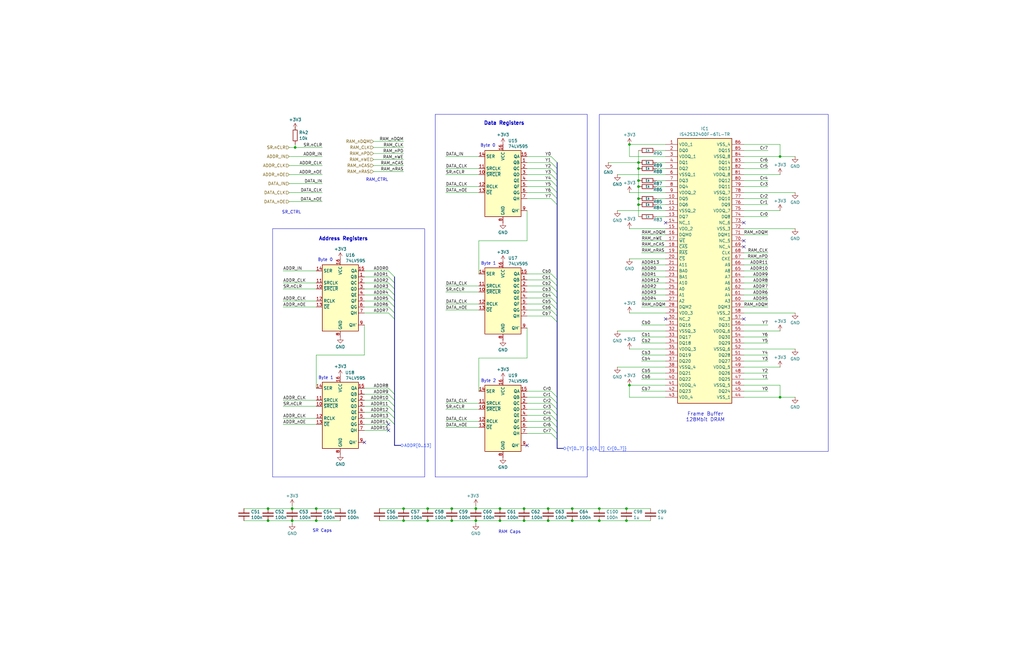
<source format=kicad_sch>
(kicad_sch (version 20231120) (generator "eeschema") (generator_version "8.0")
  (paper "B")
  (title_block (title "Camera Testing Board") (date "2024-10-19") (rev "1") (comment 1 "E. Eidt"))
  (junction (at 269.24 76.2))
  (junction (at 264.16 219.71))
  (junction (at 252.73 214.63))
  (junction (at 265.43 162.56))
  (junction (at 269.24 71.12))
  (junction (at 133.35 214.63))
  (junction (at 328.93 66.04))
  (junction (at 328.93 167.64))
  (junction (at 180.34 214.63))
  (junction (at 133.35 219.71))
  (junction (at 269.24 83.82))
  (junction (at 123.19 219.71))
  (junction (at 210.82 214.63))
  (junction (at 241.3 219.71))
  (junction (at 124.46 62.23))
  (junction (at 269.24 78.74))
  (junction (at 231.14 219.71))
  (junction (at 231.14 214.63))
  (junction (at 269.24 68.58))
  (junction (at 264.16 214.63))
  (junction (at 252.73 219.71))
  (junction (at 170.18 219.71))
  (junction (at 269.24 86.36))
  (junction (at 190.5 214.63))
  (junction (at 113.03 214.63))
  (junction (at 190.5 219.71))
  (junction (at 170.18 214.63))
  (junction (at 241.3 214.63))
  (junction (at 200.66 214.63))
  (junction (at 210.82 219.71))
  (junction (at 220.98 219.71))
  (junction (at 180.34 219.71))
  (junction (at 123.19 214.63))
  (junction (at 200.66 219.71))
  (junction (at 113.03 219.71))
  (junction (at 265.43 60.96))
  (junction (at 220.98 214.63))
  (no_connect (at 313.69 101.6))
  (no_connect (at 163.83 179.07))
  (no_connect (at 280.67 93.98))
  (no_connect (at 153.67 186.69))
  (no_connect (at 313.69 134.62))
  (no_connect (at 163.83 181.61))
  (no_connect (at 313.69 93.98))
  (no_connect (at 313.69 104.14))
  (no_connect (at 222.25 187.96))
  (no_connect (at 280.67 134.62))
  (bus_entry (at 232.41 130.81) (size 2.54 2.54))
  (bus_entry (at 232.41 180.34) (size 2.54 2.54))
  (bus_entry (at 163.83 163.83) (size 2.54 2.54))
  (bus_entry (at 232.41 68.58) (size 2.54 2.54))
  (bus_entry (at 163.83 116.84) (size 2.54 2.54))
  (bus_entry (at 232.41 177.8) (size 2.54 2.54))
  (bus_entry (at 232.41 128.27) (size 2.54 2.54))
  (bus_entry (at 232.41 83.82) (size 2.54 2.54))
  (bus_entry (at 232.41 78.74) (size 2.54 2.54))
  (bus_entry (at 163.83 171.45) (size 2.54 2.54))
  (bus_entry (at 232.41 120.65) (size 2.54 2.54))
  (bus_entry (at 163.83 121.92) (size 2.54 2.54))
  (bus_entry (at 163.83 127) (size 2.54 2.54))
  (bus_entry (at 232.41 170.18) (size 2.54 2.54))
  (bus_entry (at 163.83 124.46) (size 2.54 2.54))
  (bus_entry (at 163.83 166.37) (size 2.54 2.54))
  (bus_entry (at 232.41 167.64) (size 2.54 2.54))
  (bus_entry (at 163.83 168.91) (size 2.54 2.54))
  (bus_entry (at 163.83 119.38) (size 2.54 2.54))
  (bus_entry (at 232.41 115.57) (size 2.54 2.54))
  (bus_entry (at 232.41 175.26) (size 2.54 2.54))
  (bus_entry (at 232.41 73.66) (size 2.54 2.54))
  (bus_entry (at 232.41 133.35) (size 2.54 2.54))
  (bus_entry (at 232.41 172.72) (size 2.54 2.54))
  (bus_entry (at 163.83 114.3) (size 2.54 2.54))
  (bus_entry (at 232.41 118.11) (size 2.54 2.54))
  (bus_entry (at 232.41 125.73) (size 2.54 2.54))
  (bus_entry (at 232.41 182.88) (size 2.54 2.54))
  (bus_entry (at 232.41 76.2) (size 2.54 2.54))
  (bus_entry (at 163.83 129.54) (size 2.54 2.54))
  (bus_entry (at 232.41 81.28) (size 2.54 2.54))
  (bus_entry (at 232.41 66.04) (size 2.54 2.54))
  (bus_entry (at 163.83 173.99) (size 2.54 2.54))
  (bus_entry (at 232.41 165.1) (size 2.54 2.54))
  (bus_entry (at 163.83 132.08) (size 2.54 2.54))
  (bus_entry (at 232.41 123.19) (size 2.54 2.54))
  (bus_entry (at 163.83 176.53) (size 2.54 2.54))
  (bus_entry (at 232.41 71.12) (size 2.54 2.54))
  (wire (pts (xy 119.38 119.38) (xy 133.35 119.38)))
  (wire (pts (xy 280.67 127) (xy 270.51 127)))
  (wire (pts (xy 269.24 91.44) (xy 269.24 86.36)))
  (wire (pts (xy 222.25 83.82) (xy 232.41 83.82)))
  (wire (pts (xy 153.67 116.84) (xy 163.83 116.84)))
  (wire (pts (xy 135.89 66.04) (xy 121.92 66.04)))
  (bus (pts (xy 166.37 132.08) (xy 166.37 134.62)))
  (wire (pts (xy 222.25 76.2) (xy 232.41 76.2)))
  (wire (pts (xy 313.69 144.78) (xy 323.85 144.78)))
  (wire (pts (xy 276.86 76.2) (xy 280.67 76.2)))
  (wire (pts (xy 313.69 142.24) (xy 323.85 142.24)))
  (wire (pts (xy 270.51 101.6) (xy 280.67 101.6)))
  (bus (pts (xy 234.95 123.19) (xy 234.95 125.73)))
  (wire (pts (xy 313.69 162.56) (xy 328.93 162.56)))
  (wire (pts (xy 153.67 137.16) (xy 153.67 149.86)))
  (wire (pts (xy 153.67 173.99) (xy 163.83 173.99)))
  (wire (pts (xy 265.43 60.96) (xy 280.67 60.96)))
  (wire (pts (xy 270.51 99.06) (xy 280.67 99.06)))
  (wire (pts (xy 222.25 138.43) (xy 222.25 151.13)))
  (wire (pts (xy 270.51 104.14) (xy 280.67 104.14)))
  (bus (pts (xy 166.37 173.99) (xy 166.37 176.53)))
  (wire (pts (xy 153.67 132.08) (xy 163.83 132.08)))
  (wire (pts (xy 187.96 120.65) (xy 201.93 120.65)))
  (wire (pts (xy 276.86 63.5) (xy 280.67 63.5)))
  (wire (pts (xy 280.67 144.78) (xy 270.51 144.78)))
  (wire (pts (xy 160.02 214.63) (xy 170.18 214.63)))
  (wire (pts (xy 170.18 219.71) (xy 180.34 219.71)))
  (wire (pts (xy 124.46 53.34) (xy 124.46 54.61)))
  (wire (pts (xy 119.38 179.07) (xy 133.35 179.07)))
  (wire (pts (xy 124.46 62.23) (xy 135.89 62.23)))
  (bus (pts (xy 234.95 133.35) (xy 234.95 135.89)))
  (wire (pts (xy 143.51 214.63) (xy 133.35 214.63)))
  (wire (pts (xy 280.67 160.02) (xy 270.51 160.02)))
  (wire (pts (xy 222.25 118.11) (xy 232.41 118.11)))
  (bus (pts (xy 234.95 167.64) (xy 234.95 170.18)))
  (wire (pts (xy 222.25 165.1) (xy 232.41 165.1)))
  (bus (pts (xy 234.95 130.81) (xy 234.95 133.35)))
  (wire (pts (xy 119.38 171.45) (xy 133.35 171.45)))
  (wire (pts (xy 222.25 115.57) (xy 232.41 115.57)))
  (wire (pts (xy 276.86 86.36) (xy 280.67 86.36)))
  (wire (pts (xy 270.51 129.54) (xy 280.67 129.54)))
  (wire (pts (xy 280.67 116.84) (xy 270.51 116.84)))
  (wire (pts (xy 123.19 214.63) (xy 133.35 214.63)))
  (wire (pts (xy 222.25 125.73) (xy 232.41 125.73)))
  (wire (pts (xy 180.34 214.63) (xy 190.5 214.63)))
  (wire (pts (xy 265.43 81.28) (xy 280.67 81.28)))
  (wire (pts (xy 222.25 81.28) (xy 232.41 81.28)))
  (wire (pts (xy 313.69 96.52) (xy 335.28 96.52)))
  (wire (pts (xy 313.69 81.28) (xy 335.28 81.28)))
  (bus (pts (xy 166.37 129.54) (xy 166.37 132.08)))
  (wire (pts (xy 200.66 214.63) (xy 190.5 214.63)))
  (wire (pts (xy 222.25 88.9) (xy 222.25 101.6)))
  (wire (pts (xy 119.38 121.92) (xy 133.35 121.92)))
  (wire (pts (xy 187.96 78.74) (xy 201.93 78.74)))
  (bus (pts (xy 166.37 176.53) (xy 166.37 179.07)))
  (wire (pts (xy 260.35 139.7) (xy 280.67 139.7)))
  (wire (pts (xy 280.67 152.4) (xy 270.51 152.4)))
  (wire (pts (xy 187.96 73.66) (xy 201.93 73.66)))
  (wire (pts (xy 265.43 162.56) (xy 280.67 162.56)))
  (wire (pts (xy 313.69 137.16) (xy 323.85 137.16)))
  (wire (pts (xy 133.35 149.86) (xy 133.35 163.83)))
  (wire (pts (xy 210.82 219.71) (xy 220.98 219.71)))
  (wire (pts (xy 153.67 163.83) (xy 163.83 163.83)))
  (wire (pts (xy 210.82 214.63) (xy 220.98 214.63)))
  (wire (pts (xy 187.96 170.18) (xy 201.93 170.18)))
  (bus (pts (xy 166.37 187.96) (xy 166.37 179.07)))
  (bus (pts (xy 166.37 121.92) (xy 166.37 124.46)))
  (wire (pts (xy 313.69 78.74) (xy 323.85 78.74)))
  (wire (pts (xy 102.87 214.63) (xy 113.03 214.63)))
  (wire (pts (xy 280.67 157.48) (xy 270.51 157.48)))
  (bus (pts (xy 234.95 185.42) (xy 234.95 189.23)))
  (wire (pts (xy 201.93 151.13) (xy 201.93 165.1)))
  (wire (pts (xy 313.69 60.96) (xy 328.93 60.96)))
  (wire (pts (xy 313.69 66.04) (xy 328.93 66.04)))
  (wire (pts (xy 313.69 83.82) (xy 323.85 83.82)))
  (wire (pts (xy 313.69 63.5) (xy 323.85 63.5)))
  (wire (pts (xy 328.93 162.56) (xy 328.93 167.64)))
  (wire (pts (xy 241.3 214.63) (xy 252.73 214.63)))
  (wire (pts (xy 280.67 165.1) (xy 270.51 165.1)))
  (wire (pts (xy 200.66 219.71) (xy 210.82 219.71)))
  (wire (pts (xy 313.69 68.58) (xy 323.85 68.58)))
  (wire (pts (xy 222.25 170.18) (xy 232.41 170.18)))
  (wire (pts (xy 269.24 71.12) (xy 269.24 68.58)))
  (bus (pts (xy 168.91 187.96) (xy 166.37 187.96)))
  (wire (pts (xy 222.25 133.35) (xy 232.41 133.35)))
  (wire (pts (xy 187.96 81.28) (xy 201.93 81.28)))
  (wire (pts (xy 160.02 219.71) (xy 170.18 219.71)))
  (wire (pts (xy 260.35 88.9) (xy 280.67 88.9)))
  (wire (pts (xy 313.69 127) (xy 323.85 127)))
  (bus (pts (xy 234.95 68.58) (xy 234.95 71.12)))
  (wire (pts (xy 135.89 77.47) (xy 121.92 77.47)))
  (wire (pts (xy 313.69 149.86) (xy 323.85 149.86)))
  (wire (pts (xy 222.25 175.26) (xy 232.41 175.26)))
  (wire (pts (xy 313.69 86.36) (xy 323.85 86.36)))
  (bus (pts (xy 234.95 182.88) (xy 234.95 185.42)))
  (wire (pts (xy 313.69 157.48) (xy 323.85 157.48)))
  (wire (pts (xy 313.69 147.32) (xy 335.28 147.32)))
  (wire (pts (xy 313.69 121.92) (xy 323.85 121.92)))
  (bus (pts (xy 166.37 127) (xy 166.37 129.54)))
  (wire (pts (xy 313.69 106.68) (xy 323.85 106.68)))
  (bus (pts (xy 166.37 134.62) (xy 166.37 166.37)))
  (wire (pts (xy 153.67 171.45) (xy 163.83 171.45)))
  (wire (pts (xy 170.18 67.31) (xy 157.48 67.31)))
  (wire (pts (xy 153.67 129.54) (xy 163.83 129.54)))
  (bus (pts (xy 234.95 180.34) (xy 234.95 182.88)))
  (wire (pts (xy 222.25 130.81) (xy 232.41 130.81)))
  (wire (pts (xy 313.69 91.44) (xy 323.85 91.44)))
  (bus (pts (xy 234.95 135.89) (xy 234.95 167.64)))
  (wire (pts (xy 187.96 177.8) (xy 201.93 177.8)))
  (wire (pts (xy 187.96 172.72) (xy 201.93 172.72)))
  (wire (pts (xy 153.67 181.61) (xy 163.83 181.61)))
  (wire (pts (xy 200.66 213.36) (xy 200.66 214.63)))
  (wire (pts (xy 222.25 68.58) (xy 232.41 68.58)))
  (bus (pts (xy 234.95 83.82) (xy 234.95 86.36)))
  (wire (pts (xy 180.34 214.63) (xy 170.18 214.63)))
  (wire (pts (xy 121.92 62.23) (xy 124.46 62.23)))
  (wire (pts (xy 222.25 128.27) (xy 232.41 128.27)))
  (wire (pts (xy 276.86 68.58) (xy 280.67 68.58)))
  (wire (pts (xy 180.34 219.71) (xy 190.5 219.71)))
  (bus (pts (xy 234.95 175.26) (xy 234.95 177.8)))
  (wire (pts (xy 276.86 71.12) (xy 280.67 71.12)))
  (wire (pts (xy 323.85 99.06) (xy 313.69 99.06)))
  (wire (pts (xy 124.46 60.96) (xy 124.46 62.23)))
  (wire (pts (xy 153.67 166.37) (xy 163.83 166.37)))
  (wire (pts (xy 170.18 72.39) (xy 157.48 72.39)))
  (wire (pts (xy 119.38 127) (xy 133.35 127)))
  (wire (pts (xy 123.19 214.63) (xy 113.03 214.63)))
  (bus (pts (xy 234.95 189.23) (xy 237.49 189.23)))
  (wire (pts (xy 222.25 180.34) (xy 232.41 180.34)))
  (wire (pts (xy 153.67 176.53) (xy 163.83 176.53)))
  (bus (pts (xy 234.95 172.72) (xy 234.95 175.26)))
  (bus (pts (xy 234.95 86.36) (xy 234.95 118.11)))
  (wire (pts (xy 252.73 219.71) (xy 264.16 219.71)))
  (bus (pts (xy 234.95 81.28) (xy 234.95 83.82)))
  (wire (pts (xy 313.69 165.1) (xy 323.85 165.1)))
  (wire (pts (xy 119.38 114.3) (xy 133.35 114.3)))
  (wire (pts (xy 135.89 81.28) (xy 121.92 81.28)))
  (wire (pts (xy 200.66 214.63) (xy 210.82 214.63)))
  (bus (pts (xy 234.95 78.74) (xy 234.95 81.28)))
  (wire (pts (xy 313.69 119.38) (xy 323.85 119.38)))
  (bus (pts (xy 234.95 177.8) (xy 234.95 180.34)))
  (wire (pts (xy 269.24 76.2) (xy 269.24 71.12)))
  (wire (pts (xy 323.85 129.54) (xy 313.69 129.54)))
  (wire (pts (xy 231.14 214.63) (xy 241.3 214.63)))
  (wire (pts (xy 187.96 128.27) (xy 201.93 128.27)))
  (wire (pts (xy 313.69 124.46) (xy 323.85 124.46)))
  (wire (pts (xy 280.67 119.38) (xy 270.51 119.38)))
  (wire (pts (xy 153.67 121.92) (xy 163.83 121.92)))
  (wire (pts (xy 313.69 71.12) (xy 323.85 71.12)))
  (wire (pts (xy 313.69 116.84) (xy 323.85 116.84)))
  (bus (pts (xy 166.37 116.84) (xy 166.37 119.38)))
  (wire (pts (xy 313.69 154.94) (xy 328.93 154.94)))
  (wire (pts (xy 153.67 114.3) (xy 163.83 114.3)))
  (wire (pts (xy 264.16 214.63) (xy 274.32 214.63)))
  (wire (pts (xy 276.86 78.74) (xy 280.67 78.74)))
  (wire (pts (xy 200.66 220.98) (xy 200.66 219.71)))
  (wire (pts (xy 153.67 124.46) (xy 163.83 124.46)))
  (wire (pts (xy 157.48 62.23) (xy 170.18 62.23)))
  (wire (pts (xy 153.67 149.86) (xy 133.35 149.86)))
  (wire (pts (xy 270.51 121.92) (xy 280.67 121.92)))
  (bus (pts (xy 234.95 125.73) (xy 234.95 128.27)))
  (wire (pts (xy 222.25 123.19) (xy 232.41 123.19)))
  (wire (pts (xy 119.38 129.54) (xy 133.35 129.54)))
  (wire (pts (xy 265.43 109.22) (xy 280.67 109.22)))
  (wire (pts (xy 231.14 219.71) (xy 241.3 219.71)))
  (bus (pts (xy 234.95 118.11) (xy 234.95 120.65)))
  (wire (pts (xy 313.69 111.76) (xy 323.85 111.76)))
  (wire (pts (xy 313.69 132.08) (xy 335.28 132.08)))
  (wire (pts (xy 335.28 66.04) (xy 328.93 66.04)))
  (wire (pts (xy 222.25 151.13) (xy 201.93 151.13)))
  (wire (pts (xy 157.48 64.77) (xy 170.18 64.77)))
  (wire (pts (xy 153.67 168.91) (xy 163.83 168.91)))
  (bus (pts (xy 234.95 76.2) (xy 234.95 78.74)))
  (wire (pts (xy 313.69 114.3) (xy 323.85 114.3)))
  (wire (pts (xy 135.89 69.85) (xy 121.92 69.85)))
  (bus (pts (xy 166.37 171.45) (xy 166.37 173.99)))
  (wire (pts (xy 270.51 106.68) (xy 280.67 106.68)))
  (wire (pts (xy 313.69 139.7) (xy 328.93 139.7)))
  (wire (pts (xy 187.96 123.19) (xy 201.93 123.19)))
  (wire (pts (xy 313.69 109.22) (xy 323.85 109.22)))
  (bus (pts (xy 166.37 124.46) (xy 166.37 127)))
  (wire (pts (xy 269.24 68.58) (xy 269.24 63.5)))
  (wire (pts (xy 222.25 120.65) (xy 232.41 120.65)))
  (wire (pts (xy 153.67 127) (xy 163.83 127)))
  (wire (pts (xy 280.67 137.16) (xy 270.51 137.16)))
  (wire (pts (xy 241.3 219.71) (xy 252.73 219.71)))
  (wire (pts (xy 222.25 66.04) (xy 232.41 66.04)))
  (wire (pts (xy 252.73 214.63) (xy 264.16 214.63)))
  (wire (pts (xy 222.25 167.64) (xy 232.41 167.64)))
  (wire (pts (xy 256.54 68.58) (xy 269.24 68.58)))
  (bus (pts (xy 234.95 73.66) (xy 234.95 76.2)))
  (wire (pts (xy 260.35 73.66) (xy 280.67 73.66)))
  (wire (pts (xy 170.18 59.69) (xy 157.48 59.69)))
  (wire (pts (xy 280.67 114.3) (xy 270.51 114.3)))
  (wire (pts (xy 269.24 83.82) (xy 269.24 78.74)))
  (bus (pts (xy 166.37 166.37) (xy 166.37 168.91)))
  (wire (pts (xy 123.19 213.36) (xy 123.19 214.63)))
  (wire (pts (xy 187.96 180.34) (xy 201.93 180.34)))
  (wire (pts (xy 220.98 219.71) (xy 231.14 219.71)))
  (wire (pts (xy 133.35 219.71) (xy 143.51 219.71)))
  (wire (pts (xy 123.19 219.71) (xy 133.35 219.71)))
  (wire (pts (xy 276.86 83.82) (xy 280.67 83.82)))
  (wire (pts (xy 153.67 119.38) (xy 163.83 119.38)))
  (wire (pts (xy 222.25 78.74) (xy 232.41 78.74)))
  (wire (pts (xy 135.89 85.09) (xy 121.92 85.09)))
  (wire (pts (xy 201.93 101.6) (xy 201.93 115.57)))
  (wire (pts (xy 280.67 111.76) (xy 270.51 111.76)))
  (bus (pts (xy 166.37 119.38) (xy 166.37 121.92)))
  (wire (pts (xy 190.5 219.71) (xy 200.66 219.71)))
  (wire (pts (xy 222.25 182.88) (xy 232.41 182.88)))
  (wire (pts (xy 153.67 179.07) (xy 163.83 179.07)))
  (wire (pts (xy 222.25 172.72) (xy 232.41 172.72)))
  (wire (pts (xy 260.35 154.94) (xy 280.67 154.94)))
  (wire (pts (xy 123.19 220.98) (xy 123.19 219.71)))
  (wire (pts (xy 222.25 73.66) (xy 232.41 73.66)))
  (bus (pts (xy 234.95 128.27) (xy 234.95 130.81)))
  (wire (pts (xy 328.93 167.64) (xy 335.28 167.64)))
  (wire (pts (xy 313.69 73.66) (xy 328.93 73.66)))
  (bus (pts (xy 234.95 71.12) (xy 234.95 73.66)))
  (bus (pts (xy 234.95 120.65) (xy 234.95 123.19)))
  (wire (pts (xy 135.89 73.66) (xy 121.92 73.66)))
  (wire (pts (xy 222.25 71.12) (xy 232.41 71.12)))
  (wire (pts (xy 313.69 152.4) (xy 323.85 152.4)))
  (wire (pts (xy 265.43 60.96) (xy 265.43 66.04)))
  (wire (pts (xy 313.69 167.64) (xy 328.93 167.64)))
  (wire (pts (xy 265.43 132.08) (xy 280.67 132.08)))
  (wire (pts (xy 313.69 88.9) (xy 328.93 88.9)))
  (wire (pts (xy 264.16 219.71) (xy 274.32 219.71)))
  (wire (pts (xy 119.38 176.53) (xy 133.35 176.53)))
  (wire (pts (xy 170.18 69.85) (xy 157.48 69.85)))
  (wire (pts (xy 280.67 142.24) (xy 270.51 142.24)))
  (wire (pts (xy 269.24 78.74) (xy 269.24 76.2)))
  (wire (pts (xy 265.43 66.04) (xy 280.67 66.04)))
  (wire (pts (xy 269.24 86.36) (xy 269.24 83.82)))
  (wire (pts (xy 102.87 219.71) (xy 113.03 219.71)))
  (wire (pts (xy 313.69 160.02) (xy 323.85 160.02)))
  (wire (pts (xy 222.25 101.6) (xy 201.93 101.6)))
  (wire (pts (xy 328.93 60.96) (xy 328.93 66.04)))
  (wire (pts (xy 276.86 91.44) (xy 280.67 91.44)))
  (wire (pts (xy 222.25 177.8) (xy 232.41 177.8)))
  (wire (pts (xy 187.96 66.04) (xy 201.93 66.04)))
  (wire (pts (xy 280.67 167.64) (xy 265.43 167.64)))
  (wire (pts (xy 280.67 149.86) (xy 270.51 149.86)))
  (wire (pts (xy 265.43 167.64) (xy 265.43 162.56)))
  (wire (pts (xy 265.43 96.52) (xy 280.67 96.52)))
  (wire (pts (xy 187.96 71.12) (xy 201.93 71.12)))
  (wire (pts (xy 265.43 147.32) (xy 280.67 147.32)))
  (wire (pts (xy 280.67 124.46) (xy 270.51 124.46)))
  (wire (pts (xy 119.38 168.91) (xy 133.35 168.91)))
  (wire (pts (xy 113.03 219.71) (xy 123.19 219.71)))
  (wire (pts (xy 187.96 130.81) (xy 201.93 130.81)))
  (wire (pts (xy 220.98 214.63) (xy 231.14 214.63)))
  (bus (pts (xy 234.95 170.18) (xy 234.95 172.72)))
  (wire (pts (xy 313.69 76.2) (xy 323.85 76.2)))
  (bus (pts (xy 166.37 168.91) (xy 166.37 171.45)))
  (rectangle (start 114.935 96.52) (end 179.07 201.295))
  (rectangle (start 183.515 48.26) (end 247.65 201.295))
  (rectangle (start 252.73 48.26) (end 349.25 190.5))
  (text "SR_CTRL" (at 122.936 89.662 0) (effects (font (size 1.27 1.27))))
  (text "Byte 0" (at 137.16 109.728 0) (effects (font (size 1.27 1.27))))
  (text "Byte 1" (at 205.994 111.252 0) (effects (font (size 1.27 1.27))))
  (text "Byte 2" (at 205.994 160.782 0) (effects (font (size 1.27 1.27))))
  (text "RAM Caps" (at 214.884 224.536 0) (effects (font (size 1.27 1.27))))
  (text "SR Caps" (at 135.89 224.028 0) (effects (font (size 1.27 1.27))))
  (text "Byte 1" (at 137.414 159.512 0) (effects (font (size 1.27 1.27))))
  (text "Byte 0" (at 205.74 61.468 0) (effects (font (size 1.27 1.27))))
  (text "Address Registers" (at 144.78 100.838 0) (effects (font (size 1.524 1.524) (thickness 0.3048) (bold yes))))
  (text "Frame Buffer\n128Mbit DRAM" (at 297.434 176.022 0) (effects (font (size 1.524 1.524))))
  (text "RAM_CTRL" (at 159.004 75.946 0) (effects (font (size 1.27 1.27))))
  (text "Data Registers" (at 212.598 52.07 0) (effects (font (size 1.524 1.524) (thickness 0.3048) (bold yes))))
  (label "Cr6" (at 232.41 180.34 180))
  (label "Cr7" (at 232.41 182.88 180))
  (label "Y4" (at 232.41 76.2 180))
  (label "ADDR15" (at 163.83 181.61 180))
  (label "Cr5" (at 232.41 177.8 180))
  (label "SR.nCLR" (at 187.96 73.66 0))
  (label "RAM_nRAS" (at 270.51 106.68 0))
  (label "Y5" (at 323.85 144.78 180))
  (label "Cb6" (at 232.41 130.81 180))
  (label "Cb1" (at 232.41 118.11 180))
  (label "ADDR13" (at 270.51 111.76 0))
  (label "Y2" (at 323.85 157.48 180))
  (label "RAM_CLK" (at 170.18 62.23 180))
  (label "Cb7" (at 270.51 165.1 0))
  (label "RAM_nPD" (at 323.85 109.22 180))
  (label "ADDR6" (at 323.85 124.46 180))
  (label "Y0" (at 232.41 66.04 180))
  (label "SR.nCLR" (at 119.38 121.92 0))
  (label "Y2" (at 232.41 71.12 180))
  (label "ADDR6" (at 163.83 129.54 180))
  (label "Cr4" (at 323.85 76.2 180))
  (label "ADDR_IN" (at 119.38 114.3 0))
  (label "ADDR_IN" (at 135.89 66.04 180))
  (label "Y7" (at 323.85 137.16 180))
  (label "Y1" (at 232.41 68.58 180))
  (label "ADDR5" (at 163.83 127 180))
  (label "Cr3" (at 323.85 78.74 180))
  (label "RAM_nPD" (at 170.18 64.77 180))
  (label "ADDR0" (at 270.51 114.3 0))
  (label "ADDR10" (at 163.83 168.91 180))
  (label "DATA_IN" (at 187.96 66.04 0))
  (label "ADDR_nOE" (at 135.89 73.66 180))
  (label "RAM_nCAS" (at 170.18 69.85 180))
  (label "ADDR7" (at 323.85 121.92 180))
  (label "Y0" (at 323.85 165.1 180))
  (label "Y1" (at 323.85 160.02 180))
  (label "Cb6" (at 270.51 160.02 0))
  (label "ADDR3" (at 163.83 121.92 180))
  (label "ADDR14" (at 163.83 179.07 180))
  (label "Cr5" (at 323.85 71.12 180))
  (label "ADDR12" (at 163.83 173.99 180))
  (label "DATA_CLK" (at 135.89 81.28 180))
  (label "ADDR4" (at 163.83 124.46 180))
  (label "ADDR8" (at 323.85 119.38 180))
  (label "Cb1" (at 270.51 142.24 0))
  (label "Cb0" (at 232.41 115.57 180))
  (label "ADDR10" (at 323.85 114.3 180))
  (label "SR.nCLR" (at 187.96 172.72 0))
  (label "RAM_nDQM" (at 270.51 99.06 0))
  (label "Cb3" (at 270.51 149.86 0))
  (label "DATA_CLK" (at 187.96 177.8 0))
  (label "RAM_nCAS" (at 270.51 104.14 0))
  (label "ADDR_CLK" (at 119.38 176.53 0))
  (label "Cr7" (at 323.85 63.5 180))
  (label "Cr0" (at 323.85 91.44 180))
  (label "Y7" (at 232.41 83.82 180))
  (label "RAM_nDQM" (at 170.18 59.69 180))
  (label "ADDR9" (at 163.83 166.37 180))
  (label "ADDR_CLK" (at 135.89 69.85 180))
  (label "Cr3" (at 232.41 172.72 180))
  (label "RAM_nDQM" (at 323.85 129.54 180))
  (label "Y5" (at 232.41 78.74 180))
  (label "SR.nCLR" (at 135.89 62.23 180))
  (label "RAM_CLK" (at 323.85 106.68 180))
  (label "DATA_nOE" (at 187.96 81.28 0))
  (label "ADDR7" (at 163.83 132.08 180))
  (label "Y3" (at 323.85 152.4 180))
  (label "ADDR13" (at 163.83 176.53 180))
  (label "ADDR11" (at 163.83 171.45 180))
  (label "Cr1" (at 323.85 86.36 180))
  (label "Y6" (at 232.41 81.28 180))
  (label "Cb2" (at 270.51 144.78 0))
  (label "Y3" (at 232.41 73.66 180))
  (label "ADDR2" (at 270.51 121.92 0))
  (label "ADDR3" (at 270.51 124.46 0))
  (label "SR.nCLR" (at 119.38 171.45 0))
  (label "ADDR1" (at 163.83 116.84 180))
  (label "ADDR5" (at 323.85 127 180))
  (label "Cb5" (at 270.51 157.48 0))
  (label "Cb2" (at 232.41 120.65 180))
  (label "DATA_CLK" (at 187.96 71.12 0))
  (label "ADDR_CLK" (at 119.38 168.91 0))
  (label "Cb7" (at 232.41 133.35 180))
  (label "DATA_nOE" (at 187.96 180.34 0))
  (label "ADDR0" (at 163.83 114.3 180))
  (label "RAM_nDQM" (at 323.85 99.06 180))
  (label "ADDR4" (at 270.51 127 0))
  (label "RAM_nWE" (at 270.51 101.6 0))
  (label "ADDR_CLK" (at 119.38 127 0))
  (label "DATA_CLK" (at 187.96 128.27 0))
  (label "SR.nCLR" (at 187.96 123.19 0))
  (label "DATA_CLK" (at 187.96 120.65 0))
  (label "Cr6" (at 323.85 68.58 180))
  (label "DATA_CLK" (at 187.96 78.74 0))
  (label "ADDR8" (at 163.83 163.83 180))
  (label "ADDR_CLK" (at 119.38 119.38 0))
  (label "DATA_IN" (at 135.89 77.47 180))
  (label "ADDR1" (at 270.51 116.84 0))
  (label "Y6" (at 323.85 142.24 180))
  (label "ADDR12" (at 270.51 119.38 0))
  (label "ADDR_nOE" (at 119.38 179.07 0))
  (label "Cr2" (at 323.85 83.82 180))
  (label "Cr0" (at 232.41 165.1 180))
  (label "ADDR2" (at 163.83 119.38 180))
  (label "Cr2" (at 232.41 170.18 180))
  (label "Cb5" (at 232.41 128.27 180))
  (label "ADDR_nOE" (at 119.38 129.54 0))
  (label "Y4" (at 323.85 149.86 180))
  (label "RAM_nRAS" (at 170.18 72.39 180))
  (label "DATA_nOE" (at 135.89 85.09 180))
  (label "Cb0" (at 270.51 137.16 0))
  (label "ADDR11" (at 323.85 111.76 180))
  (label "Cr1" (at 232.41 167.64 180))
  (label "RAM_nDQM" (at 270.51 129.54 0))
  (label "DATA_nOE" (at 187.96 130.81 0))
  (label "Cb4" (at 270.51 152.4 0))
  (label "Cb4" (at 232.41 125.73 180))
  (label "RAM_nWE" (at 170.18 67.31 180))
  (label "ADDR9" (at 323.85 116.84 180))
  (label "DATA_CLK" (at 187.96 170.18 0))
  (label "Cr4" (at 232.41 175.26 180))
  (label "Cb3" (at 232.41 123.19 180))
  (hierarchical_label "ADDR_CLK" (shape input) (at 121.92 69.85 180))
  (hierarchical_label "DATA_nOE" (shape input) (at 121.92 85.09 180))
  (hierarchical_label "ADDR_nOE" (shape input) (at 121.92 73.66 180))
  (hierarchical_label "DATA_CLK" (shape input) (at 121.92 81.28 180))
  (hierarchical_label "{Y[0..7] Cb[0..7] Cr[0..7]}" (shape tri_state) (at 237.49 189.23 0))
  (hierarchical_label "RAM_nRAS" (shape input) (at 157.48 72.39 180))
  (hierarchical_label "RAM_nPD" (shape input) (at 157.48 64.77 180))
  (hierarchical_label "RAM_CLK" (shape input) (at 157.48 62.23 180))
  (hierarchical_label "DATA_IN" (shape input) (at 121.92 77.47 180))
  (hierarchical_label "RAM_nWE" (shape input) (at 157.48 67.31 180))
  (hierarchical_label "RAM_nCAS" (shape input) (at 157.48 69.85 180))
  (hierarchical_label "ADDR_IN" (shape input) (at 121.92 66.04 180))
  (hierarchical_label "ADDR[0..13]" (shape tri_state) (at 168.91 187.96 0))
  (hierarchical_label "SR.nCLR" (shape input) (at 121.92 62.23 180))
  (hierarchical_label "RAM_nDQM" (shape input) (at 157.48 59.69 180))
  (symbol (lib_id "PCM_SL_Resistors:10k") (at 124.46 57.15 90) (unit 1)
    (property "Reference" "R42" (at 126.104 55.9378 90) (effects (justify right)))
    (property "Value" "10k" (at 126.104 58.3621 90) (effects (justify right)))
    (property "Footprint" "Resistor_SMD:R_0603_1608Metric" (effects (hide yes)))
    (property "Description" "10kΩ, 1/4W Resistor" (effects (hide yes)))
  )
  (symbol (lib_id "power:GND") (at 335.28 81.28 0) (unit 1)
    (property "Reference" "#PWR0116" (effects (hide yes)))
    (property "Value" "GND" (at 335.28 85.4131 0))
    (property "Description" "Power symbol creates a global label with name \"GND\" , ground" (effects (hide yes)))
  )
  (symbol (lib_id "PCM_SL_Resistors:1k") (at 273.05 71.12 180) (unit 1)
    (property "Reference" "R88" (at 277.368 72.39 0))
    (property "Value" "1k" (at 273.05 71.12 0) (effects (font (size 1.016 1.016))))
    (property "Footprint" "Resistor_SMD:R_0402_1005Metric" (effects (hide yes)))
    (property "Description" "1kΩ, 1/4W Resistor" (effects (hide yes)))
  )
  (symbol (lib_id "power:+3V3") (at 143.51 158.75 0) (unit 1)
    (property "Reference" "#PWR0135" (effects (hide yes)))
    (property "Value" "+3V3" (at 143.51 154.6169 0))
    (property "Description" "Power symbol creates a global label with name \"+3V3\"" (effects (hide yes)))
  )
  (symbol (lib_id "PCM_SL_Resistors:1k") (at 273.05 83.82 180) (unit 1)
    (property "Reference" "R85" (at 277.368 85.09 0))
    (property "Value" "1k" (at 273.05 83.82 0) (effects (font (size 1.016 1.016))))
    (property "Footprint" "Resistor_SMD:R_0402_1005Metric" (effects (hide yes)))
    (property "Description" "1kΩ, 1/4W Resistor" (effects (hide yes)))
  )
  (symbol (lib_id "74xx:74LS595") (at 143.51 124.46 0) (unit 1)
    (property "Reference" "U16" (at 145.7041 107.6155 0) (effects (justify left)))
    (property "Value" "74LV595" (at 145.7041 110.0398 0) (effects (justify left)))
    (property "Footprint" "Package_SO:SOIC-16_3.9x9.9mm_P1.27mm" (effects (hide yes)))
    (property "Datasheet" "https://assets.nexperia.com/documents/data-sheet/74LV595.pdf" (effects (hide yes)))
    (property "Description" "8-bit serial in/out Shift Register 3-State Outputs" (effects (hide yes)))
  )
  (symbol (lib_id "power:GND") (at 265.43 109.22 0) (mirror y) (unit 1)
    (property "Reference" "#PWR0123" (effects (hide yes)))
    (property "Value" "GND" (at 265.43 113.3531 0))
    (property "Description" "Power symbol creates a global label with name \"GND\" , ground" (effects (hide yes)))
  )
  (symbol (lib_id "PCM_SL_Devices:Capacitor_NP") (at 264.16 217.17 90) (unit 1)
    (property "Reference" "C98" (at 267.081 215.9578 90) (effects (justify right)))
    (property "Value" "1u" (at 267.081 218.3821 90) (effects (justify right)))
    (property "Footprint" "Capacitor_SMD:C_0603_1608Metric" (effects (hide yes)))
    (property "Description" "Unpolarized Capacitor" (effects (hide yes)))
  )
  (symbol (lib_id "PCM_SL_Capacitors:100nF_Ceramic") (at 180.34 217.17 90) (unit 1)
    (property "Reference" "C58" (at 183.261 215.9578 90) (effects (justify right)))
    (property "Value" "100n" (at 183.261 218.3821 90) (effects (justify right)))
    (property "Footprint" "Capacitor_SMD:C_0402_1005Metric" (effects (hide yes)))
    (property "Description" "100nF Ceramic Capacitor" (effects (hide yes)))
  )
  (symbol (lib_id "PCM_SL_Capacitors:100nF_Ceramic") (at 133.35 217.17 90) (unit 1)
    (property "Reference" "C54" (at 136.271 215.9578 90) (effects (justify right)))
    (property "Value" "100n" (at 136.271 218.3821 90) (effects (justify right)))
    (property "Footprint" "Capacitor_SMD:C_0603_1608Metric" (effects (hide yes)))
    (property "Description" "100nF Ceramic Capacitor" (effects (hide yes)))
  )
  (symbol (lib_id "IS42S32400F-6TL-TR:IS42S32400F-6TL-TR") (at 280.67 60.96 0) (unit 1)
    (property "Reference" "IC1" (at 297.18 54.2755 0))
    (property "Value" "IS42S32400F-6TL-TR" (at 297.18 56.6998 0))
    (property "Footprint" "IS42S32400F-6TL-TR:SOP50P1176X120-86N" (effects (hide yes)))
    (property "Datasheet" "https://datasheet.datasheetarchive.com/originals/dk/DKDS41/DSANUWW0023557.pdf" (effects (hide yes)))
    (property "Description" "DRAM Chip SDRAM 128Mbit 4Mx32 3.3V 86-Pin TSOP-II T/R" (effects (hide yes)))
    (property "Height" "1.2" (effects (hide yes)))
    (property "Mouser Part Number" "870-IS42S32400F6TLTR" (effects (hide yes)))
    (property "Mouser Price/Stock" "https://www.mouser.co.uk/ProductDetail/ISSI/IS42S32400F-6TL-TR?qs=DfG0HhEx1UX3JwAir75GAg%3D%3D" (effects (hide yes)))
    (property "Manufacturer_Name" "Integrated Silicon Solution Inc." (effects (hide yes)))
    (property "Manufacturer_Part_Number" "IS42S32400F-6TL-TR" (effects (hide yes)))
  )
  (symbol (lib_id "power:GND") (at 123.19 220.98 0) (unit 1)
    (property "Reference" "#PWR0143" (effects (hide yes)))
    (property "Value" "GND" (at 123.19 225.1131 0))
    (property "Description" "Power symbol creates a global label with name \"GND\" , ground" (effects (hide yes)))
  )
  (symbol (lib_id "PCM_SL_Capacitors:100nF_Ceramic") (at 210.82 217.17 90) (unit 1)
    (property "Reference" "C61" (at 213.741 215.9578 90) (effects (justify right)))
    (property "Value" "100n" (at 213.741 218.3821 90) (effects (justify right)))
    (property "Footprint" "Capacitor_SMD:C_0402_1005Metric" (effects (hide yes)))
    (property "Description" "100nF Ceramic Capacitor" (effects (hide yes)))
  )
  (symbol (lib_id "PCM_SL_Capacitors:100nF_Ceramic") (at 123.19 217.17 90) (unit 1)
    (property "Reference" "C53" (at 126.111 215.9578 90) (effects (justify right)))
    (property "Value" "100n" (at 126.111 218.3821 90) (effects (justify right)))
    (property "Footprint" "Capacitor_SMD:C_0603_1608Metric" (effects (hide yes)))
    (property "Description" "100nF Ceramic Capacitor" (effects (hide yes)))
  )
  (symbol (lib_id "power:GND") (at 335.28 96.52 0) (unit 1)
    (property "Reference" "#PWR0121" (effects (hide yes)))
    (property "Value" "GND" (at 335.28 100.6531 0))
    (property "Description" "Power symbol creates a global label with name \"GND\" , ground" (effects (hide yes)))
  )
  (symbol (lib_id "74xx:74LS595") (at 212.09 175.26 0) (unit 1)
    (property "Reference" "U19" (at 214.2841 158.4155 0) (effects (justify left)))
    (property "Value" "74LV595" (at 214.2841 160.8398 0) (effects (justify left)))
    (property "Footprint" "Package_SO:SOIC-16_3.9x9.9mm_P1.27mm" (effects (hide yes)))
    (property "Datasheet" "https://assets.nexperia.com/documents/data-sheet/74LV595.pdf" (effects (hide yes)))
    (property "Description" "8-bit serial in/out Shift Register 3-State Outputs" (effects (hide yes)))
  )
  (symbol (lib_id "74xx:74LS595") (at 212.09 76.2 0) (unit 1)
    (property "Reference" "U15" (at 214.2841 59.3555 0) (effects (justify left)))
    (property "Value" "74LV595" (at 214.2841 61.7798 0) (effects (justify left)))
    (property "Footprint" "Package_SO:SOIC-16_3.9x9.9mm_P1.27mm" (effects (hide yes)))
    (property "Datasheet" "https://assets.nexperia.com/documents/data-sheet/74LV595.pdf" (effects (hide yes)))
    (property "Description" "8-bit serial in/out Shift Register 3-State Outputs" (effects (hide yes)))
  )
  (symbol (lib_id "PCM_SL_Capacitors:100nF_Ceramic") (at 143.51 217.17 90) (unit 1)
    (property "Reference" "C55" (at 146.431 215.9578 90) (effects (justify right)))
    (property "Value" "100n" (at 146.431 218.3821 90) (effects (justify right)))
    (property "Footprint" "Capacitor_SMD:C_0603_1608Metric" (effects (hide yes)))
    (property "Description" "100nF Ceramic Capacitor" (effects (hide yes)))
  )
  (symbol (lib_id "power:+3V3") (at 212.09 110.49 0) (unit 1)
    (property "Reference" "#PWR0124" (effects (hide yes)))
    (property "Value" "+3V3" (at 212.09 106.3569 0))
    (property "Description" "Power symbol creates a global label with name \"+3V3\"" (effects (hide yes)))
  )
  (symbol (lib_id "power:+3V3") (at 328.93 88.9 0) (unit 1)
    (property "Reference" "#PWR0118" (effects (hide yes)))
    (property "Value" "+3V3" (at 328.93 84.7669 0))
    (property "Description" "Power symbol creates a global label with name \"+3V3\"" (effects (hide yes)))
  )
  (symbol (lib_id "PCM_SL_Capacitors:100nF_Ceramic") (at 241.3 217.17 90) (unit 1)
    (property "Reference" "C64" (at 244.221 215.9578 90) (effects (justify right)))
    (property "Value" "100n" (at 244.221 218.3821 90) (effects (justify right)))
    (property "Footprint" "Capacitor_SMD:C_0402_1005Metric" (effects (hide yes)))
    (property "Description" "100nF Ceramic Capacitor" (effects (hide yes)))
  )
  (symbol (lib_id "power:GND") (at 212.09 93.98 0) (unit 1)
    (property "Reference" "#PWR0119" (effects (hide yes)))
    (property "Value" "GND" (at 212.09 98.1131 0))
    (property "Description" "Power symbol creates a global label with name \"GND\" , ground" (effects (hide yes)))
  )
  (symbol (lib_id "power:+3V3") (at 328.93 139.7 0) (unit 1)
    (property "Reference" "#PWR0128" (effects (hide yes)))
    (property "Value" "+3V3" (at 328.93 135.5669 0))
    (property "Description" "Power symbol creates a global label with name \"+3V3\"" (effects (hide yes)))
  )
  (symbol (lib_id "power:+3V3") (at 328.93 154.94 0) (unit 1)
    (property "Reference" "#PWR0134" (effects (hide yes)))
    (property "Value" "+3V3" (at 328.93 150.8069 0))
    (property "Description" "Power symbol creates a global label with name \"+3V3\"" (effects (hide yes)))
  )
  (symbol (lib_id "power:GND") (at 335.28 167.64 0) (unit 1)
    (property "Reference" "#PWR0138" (effects (hide yes)))
    (property "Value" "GND" (at 335.28 171.7731 0))
    (property "Description" "Power symbol creates a global label with name \"GND\" , ground" (effects (hide yes)))
  )
  (symbol (lib_id "power:+3V3") (at 265.43 60.96 0) (mirror y) (unit 1)
    (property "Reference" "#PWR0111" (effects (hide yes)))
    (property "Value" "+3V3" (at 265.43 56.8269 0))
    (property "Description" "Power symbol creates a global label with name \"+3V3\"" (effects (hide yes)))
  )
  (symbol (lib_id "PCM_SL_Capacitors:100nF_Ceramic") (at 252.73 217.17 90) (unit 1)
    (property "Reference" "C100" (at 255.651 215.9578 90) (effects (justify right)))
    (property "Value" "100n" (at 255.651 218.3821 90) (effects (justify right)))
    (property "Footprint" "Capacitor_SMD:C_0402_1005Metric" (effects (hide yes)))
    (property "Description" "100nF Ceramic Capacitor" (effects (hide yes)))
  )
  (symbol (lib_id "power:GND") (at 143.51 142.24 0) (unit 1)
    (property "Reference" "#PWR0129" (effects (hide yes)))
    (property "Value" "GND" (at 143.51 146.3731 0))
    (property "Description" "Power symbol creates a global label with name \"GND\" , ground" (effects (hide yes)))
  )
  (symbol (lib_id "74xx:74LS595") (at 143.51 173.99 0) (unit 1)
    (property "Reference" "U18" (at 145.542 157.226 0) (effects (justify left)))
    (property "Value" "74LV595" (at 145.7041 159.5698 0) (effects (justify left)))
    (property "Footprint" "Package_SO:SOIC-16_3.9x9.9mm_P1.27mm" (effects (hide yes)))
    (property "Datasheet" "https://assets.nexperia.com/documents/data-sheet/74LV595.pdf" (effects (hide yes)))
    (property "Description" "8-bit serial in/out Shift Register 3-State Outputs" (effects (hide yes)))
  )
  (symbol (lib_id "PCM_SL_Resistors:1k") (at 273.05 76.2 180) (unit 1)
    (property "Reference" "R87" (at 277.368 77.47 0))
    (property "Value" "1k" (at 273.05 76.2 0) (effects (font (size 1.016 1.016))))
    (property "Footprint" "Resistor_SMD:R_0402_1005Metric" (effects (hide yes)))
    (property "Description" "1kΩ, 1/4W Resistor" (effects (hide yes)))
  )
  (symbol (lib_id "PCM_SL_Resistors:1k") (at 273.05 63.5 180) (unit 1)
    (property "Reference" "R90" (at 277.368 64.77 0))
    (property "Value" "1k" (at 273.05 63.5 0) (effects (font (size 1.016 1.016))))
    (property "Footprint" "Resistor_SMD:R_0402_1005Metric" (effects (hide yes)))
    (property "Description" "1kΩ, 1/4W Resistor" (effects (hide yes)))
  )
  (symbol (lib_id "power:GND") (at 200.66 220.98 0) (unit 1)
    (property "Reference" "#PWR0144" (effects (hide yes)))
    (property "Value" "GND" (at 200.66 225.1131 0))
    (property "Description" "Power symbol creates a global label with name \"GND\" , ground" (effects (hide yes)))
  )
  (symbol (lib_id "PCM_SL_Capacitors:100nF_Ceramic") (at 231.14 217.17 90) (unit 1)
    (property "Reference" "C63" (at 234.061 215.9578 90) (effects (justify right)))
    (property "Value" "100n" (at 234.061 218.3821 90) (effects (justify right)))
    (property "Footprint" "Capacitor_SMD:C_0402_1005Metric" (effects (hide yes)))
    (property "Description" "100nF Ceramic Capacitor" (effects (hide yes)))
  )
  (symbol (lib_id "PCM_SL_Capacitors:100nF_Ceramic") (at 170.18 217.17 90) (unit 1)
    (property "Reference" "C57" (at 173.101 215.9578 90) (effects (justify right)))
    (property "Value" "100n" (at 173.101 218.3821 90) (effects (justify right)))
    (property "Footprint" "Capacitor_SMD:C_0402_1005Metric" (effects (hide yes)))
    (property "Description" "100nF Ceramic Capacitor" (effects (hide yes)))
  )
  (symbol (lib_id "power:GND") (at 335.28 66.04 0) (unit 1)
    (property "Reference" "#PWR0112" (effects (hide yes)))
    (property "Value" "GND" (at 335.28 70.1731 0))
    (property "Description" "Power symbol creates a global label with name \"GND\" , ground" (effects (hide yes)))
  )
  (symbol (lib_id "power:+3V3") (at 212.09 160.02 0) (unit 1)
    (property "Reference" "#PWR0136" (effects (hide yes)))
    (property "Value" "+3V3" (at 212.09 155.8869 0))
    (property "Description" "Power symbol creates a global label with name \"+3V3\"" (effects (hide yes)))
  )
  (symbol (lib_id "power:GND") (at 143.51 191.77 0) (unit 1)
    (property "Reference" "#PWR0139" (effects (hide yes)))
    (property "Value" "GND" (at 143.51 195.9031 0))
    (property "Description" "Power symbol creates a global label with name \"GND\" , ground" (effects (hide yes)))
  )
  (symbol (lib_id "PCM_SL_Capacitors:100nF_Ceramic") (at 220.98 217.17 90) (unit 1)
    (property "Reference" "C62" (at 223.901 215.9578 90) (effects (justify right)))
    (property "Value" "100n" (at 223.901 218.3821 90) (effects (justify right)))
    (property "Footprint" "Capacitor_SMD:C_0402_1005Metric" (effects (hide yes)))
    (property "Description" "100nF Ceramic Capacitor" (effects (hide yes)))
  )
  (symbol (lib_id "power:GND") (at 260.35 139.7 0) (mirror y) (unit 1)
    (property "Reference" "#PWR0127" (effects (hide yes)))
    (property "Value" "GND" (at 260.35 143.8331 0))
    (property "Description" "Power symbol creates a global label with name \"GND\" , ground" (effects (hide yes)))
  )
  (symbol (lib_id "power:GND") (at 212.09 143.51 0) (unit 1)
    (property "Reference" "#PWR0130" (effects (hide yes)))
    (property "Value" "GND" (at 212.09 147.6431 0))
    (property "Description" "Power symbol creates a global label with name \"GND\" , ground" (effects (hide yes)))
  )
  (symbol (lib_id "PCM_SL_Capacitors:100nF_Ceramic") (at 190.5 217.17 90) (unit 1)
    (property "Reference" "C59" (at 193.421 215.9578 90) (effects (justify right)))
    (property "Value" "100n" (at 193.421 218.3821 90) (effects (justify right)))
    (property "Footprint" "Capacitor_SMD:C_0402_1005Metric" (effects (hide yes)))
    (property "Description" "100nF Ceramic Capacitor" (effects (hide yes)))
  )
  (symbol (lib_id "power:GND") (at 256.54 68.58 0) (unit 1)
    (property "Reference" "#PWR0216" (effects (hide yes)))
    (property "Value" "GND" (at 256.54 72.7131 0))
    (property "Description" "Power symbol creates a global label with name \"GND\" , ground" (effects (hide yes)))
  )
  (symbol (lib_id "74xx:74LS595") (at 212.09 125.73 0) (unit 1)
    (property "Reference" "U17" (at 214.2841 108.8855 0) (effects (justify left)))
    (property "Value" "74LV595" (at 214.2841 111.3098 0) (effects (justify left)))
    (property "Footprint" "Package_SO:SOIC-16_3.9x9.9mm_P1.27mm" (effects (hide yes)))
    (property "Datasheet" "https://assets.nexperia.com/documents/data-sheet/74LV595.pdf" (effects (hide yes)))
    (property "Description" "8-bit serial in/out Shift Register 3-State Outputs" (effects (hide yes)))
  )
  (symbol (lib_id "power:+3V3") (at 265.43 81.28 0) (mirror y) (unit 1)
    (property "Reference" "#PWR0115" (effects (hide yes)))
    (property "Value" "+3V3" (at 265.43 77.1469 0))
    (property "Description" "Power symbol creates a global label with name \"+3V3\"" (effects (hide yes)))
  )
  (symbol (lib_id "power:+3V3") (at 265.43 147.32 0) (mirror y) (unit 1)
    (property "Reference" "#PWR0131" (effects (hide yes)))
    (property "Value" "+3V3" (at 265.43 143.1869 0))
    (property "Description" "Power symbol creates a global label with name \"+3V3\"" (effects (hide yes)))
  )
  (symbol (lib_id "power:GND") (at 260.35 88.9 0) (mirror y) (unit 1)
    (property "Reference" "#PWR0117" (effects (hide yes)))
    (property "Value" "GND" (at 260.35 93.0331 0))
    (property "Description" "Power symbol creates a global label with name \"GND\" , ground" (effects (hide yes)))
  )
  (symbol (lib_id "PCM_SL_Capacitors:100nF_Ceramic") (at 200.66 217.17 90) (unit 1)
    (property "Reference" "C60" (at 203.581 215.9578 90) (effects (justify right)))
    (property "Value" "100n" (at 203.581 218.3821 90) (effects (justify right)))
    (property "Footprint" "Capacitor_SMD:C_0402_1005Metric" (effects (hide yes)))
    (property "Description" "100nF Ceramic Capacitor" (effects (hide yes)))
  )
  (symbol (lib_id "PCM_SL_Resistors:1k") (at 273.05 86.36 180) (unit 1)
    (property "Reference" "R84" (at 277.368 87.63 0))
    (property "Value" "1k" (at 273.05 86.36 0) (effects (font (size 1.016 1.016))))
    (property "Footprint" "Resistor_SMD:R_0402_1005Metric" (effects (hide yes)))
    (property "Description" "1kΩ, 1/4W Resistor" (effects (hide yes)))
  )
  (symbol (lib_id "power:+3V3") (at 123.19 213.36 0) (unit 1)
    (property "Reference" "#PWR0141" (effects (hide yes)))
    (property "Value" "+3V3" (at 123.19 209.2269 0))
    (property "Description" "Power symbol creates a global label with name \"+3V3\"" (effects (hide yes)))
  )
  (symbol (lib_id "power:+3V3") (at 143.51 109.22 0) (unit 1)
    (property "Reference" "#PWR0122" (effects (hide yes)))
    (property "Value" "+3V3" (at 143.51 105.0869 0))
    (property "Description" "Power symbol creates a global label with name \"+3V3\"" (effects (hide yes)))
  )
  (symbol (lib_id "power:+3V3") (at 328.93 73.66 0) (unit 1)
    (property "Reference" "#PWR0114" (effects (hide yes)))
    (property "Value" "+3V3" (at 328.93 69.5269 0))
    (property "Description" "Power symbol creates a global label with name \"+3V3\"" (effects (hide yes)))
  )
  (symbol (lib_id "PCM_SL_Resistors:1k") (at 273.05 78.74 180) (unit 1)
    (property "Reference" "R86" (at 277.368 80.01 0))
    (property "Value" "1k" (at 273.05 78.74 0) (effects (font (size 1.016 1.016))))
    (property "Footprint" "Resistor_SMD:R_0402_1005Metric" (effects (hide yes)))
    (property "Description" "1kΩ, 1/4W Resistor" (effects (hide yes)))
  )
  (symbol (lib_id "power:GND") (at 335.28 147.32 0) (unit 1)
    (property "Reference" "#PWR0132" (effects (hide yes)))
    (property "Value" "GND" (at 335.28 151.4531 0))
    (property "Description" "Power symbol creates a global label with name \"GND\" , ground" (effects (hide yes)))
  )
  (symbol (lib_id "power:+3V3") (at 265.43 96.52 0) (mirror y) (unit 1)
    (property "Reference" "#PWR0120" (effects (hide yes)))
    (property "Value" "+3V3" (at 265.43 92.3869 0))
    (property "Description" "Power symbol creates a global label with name \"+3V3\"" (effects (hide yes)))
  )
  (symbol (lib_id "power:GND") (at 335.28 132.08 0) (unit 1)
    (property "Reference" "#PWR0126" (effects (hide yes)))
    (property "Value" "GND" (at 335.28 136.2131 0))
    (property "Description" "Power symbol creates a global label with name \"GND\" , ground" (effects (hide yes)))
  )
  (symbol (lib_id "power:GND") (at 212.09 193.04 0) (unit 1)
    (property "Reference" "#PWR0140" (effects (hide yes)))
    (property "Value" "GND" (at 212.09 197.1731 0))
    (property "Description" "Power symbol creates a global label with name \"GND\" , ground" (effects (hide yes)))
  )
  (symbol (lib_id "PCM_SL_Resistors:1k") (at 273.05 91.44 180) (unit 1)
    (property "Reference" "R83" (at 277.368 92.71 0))
    (property "Value" "1k" (at 273.05 91.44 0) (effects (font (size 1.016 1.016))))
    (property "Footprint" "Resistor_SMD:R_0402_1005Metric" (effects (hide yes)))
    (property "Description" "1kΩ, 1/4W Resistor" (effects (hide yes)))
  )
  (symbol (lib_id "power:GND") (at 260.35 154.94 0) (mirror y) (unit 1)
    (property "Reference" "#PWR0133" (effects (hide yes)))
    (property "Value" "GND" (at 260.35 159.0731 0))
    (property "Description" "Power symbol creates a global label with name \"GND\" , ground" (effects (hide yes)))
  )
  (symbol (lib_id "PCM_SL_Devices:Capacitor_NP") (at 274.32 217.17 90) (unit 1)
    (property "Reference" "C99" (at 277.241 215.9578 90) (effects (justify right)))
    (property "Value" "1u" (at 277.241 218.3821 90) (effects (justify right)))
    (property "Footprint" "Capacitor_SMD:C_0603_1608Metric" (effects (hide yes)))
    (property "Description" "Unpolarized Capacitor" (effects (hide yes)))
  )
  (symbol (lib_id "PCM_SL_Capacitors:100nF_Ceramic") (at 102.87 217.17 90) (unit 1)
    (property "Reference" "C51" (at 105.791 215.9578 90) (effects (justify right)))
    (property "Value" "100n" (at 105.791 218.3821 90) (effects (justify right)))
    (property "Footprint" "Capacitor_SMD:C_0603_1608Metric" (effects (hide yes)))
    (property "Description" "100nF Ceramic Capacitor" (effects (hide yes)))
  )
  (symbol (lib_id "power:+3V3") (at 265.43 162.56 0) (mirror y) (unit 1)
    (property "Reference" "#PWR0137" (effects (hide yes)))
    (property "Value" "+3V3" (at 265.43 158.4269 0))
    (property "Description" "Power symbol creates a global label with name \"+3V3\"" (effects (hide yes)))
  )
  (symbol (lib_id "PCM_SL_Capacitors:100nF_Ceramic") (at 160.02 217.17 90) (unit 1)
    (property "Reference" "C56" (at 162.941 215.9578 90) (effects (justify right)))
    (property "Value" "100n" (at 162.941 218.3821 90) (effects (justify right)))
    (property "Footprint" "Capacitor_SMD:C_0402_1005Metric" (effects (hide yes)))
    (property "Description" "100nF Ceramic Capacitor" (effects (hide yes)))
  )
  (symbol (lib_id "PCM_SL_Capacitors:100nF_Ceramic") (at 113.03 217.17 90) (unit 1)
    (property "Reference" "C52" (at 115.951 215.9578 90) (effects (justify right)))
    (property "Value" "100n" (at 115.951 218.3821 90) (effects (justify right)))
    (property "Footprint" "Capacitor_SMD:C_0603_1608Metric" (effects (hide yes)))
    (property "Description" "100nF Ceramic Capacitor" (effects (hide yes)))
  )
  (symbol (lib_id "power:+3V3") (at 124.46 54.61 0) (unit 1)
    (property "Reference" "#PWR0109" (effects (hide yes)))
    (property "Value" "+3V3" (at 124.46 50.4769 0))
    (property "Description" "Power symbol creates a global label with name \"+3V3\"" (effects (hide yes)))
  )
  (symbol (lib_id "power:+3V3") (at 212.09 60.96 0) (unit 1)
    (property "Reference" "#PWR0110" (effects (hide yes)))
    (property "Value" "+3V3" (at 212.09 56.8269 0))
    (property "Description" "Power symbol creates a global label with name \"+3V3\"" (effects (hide yes)))
  )
  (symbol (lib_id "power:GND") (at 260.35 73.66 0) (mirror y) (unit 1)
    (property "Reference" "#PWR0113" (effects (hide yes)))
    (property "Value" "GND" (at 260.35 77.7931 0))
    (property "Description" "Power symbol creates a global label with name \"GND\" , ground" (effects (hide yes)))
  )
  (symbol (lib_id "power:+3V3") (at 200.66 213.36 0) (unit 1)
    (property "Reference" "#PWR0142" (effects (hide yes)))
    (property "Value" "+3V3" (at 199.39 209.2269 0))
    (property "Description" "Power symbol creates a global label with name \"+3V3\"" (effects (hide yes)))
  )
  (symbol (lib_id "power:+3V3") (at 265.43 132.08 0) (mirror y) (unit 1)
    (property "Reference" "#PWR0125" (effects (hide yes)))
    (property "Value" "+3V3" (at 265.43 127.9469 0))
    (property "Description" "Power symbol creates a global label with name \"+3V3\"" (effects (hide yes)))
  )
  (symbol (lib_id "PCM_SL_Resistors:1k") (at 273.05 68.58 180) (unit 1)
    (property "Reference" "R89" (at 277.368 69.85 0))
    (property "Value" "1k" (at 273.05 68.58 0) (effects (font (size 1.016 1.016))))
    (property "Footprint" "Resistor_SMD:R_0402_1005Metric" (effects (hide yes)))
    (property "Description" "1kΩ, 1/4W Resistor" (effects (hide yes)))
  )
)
</source>
